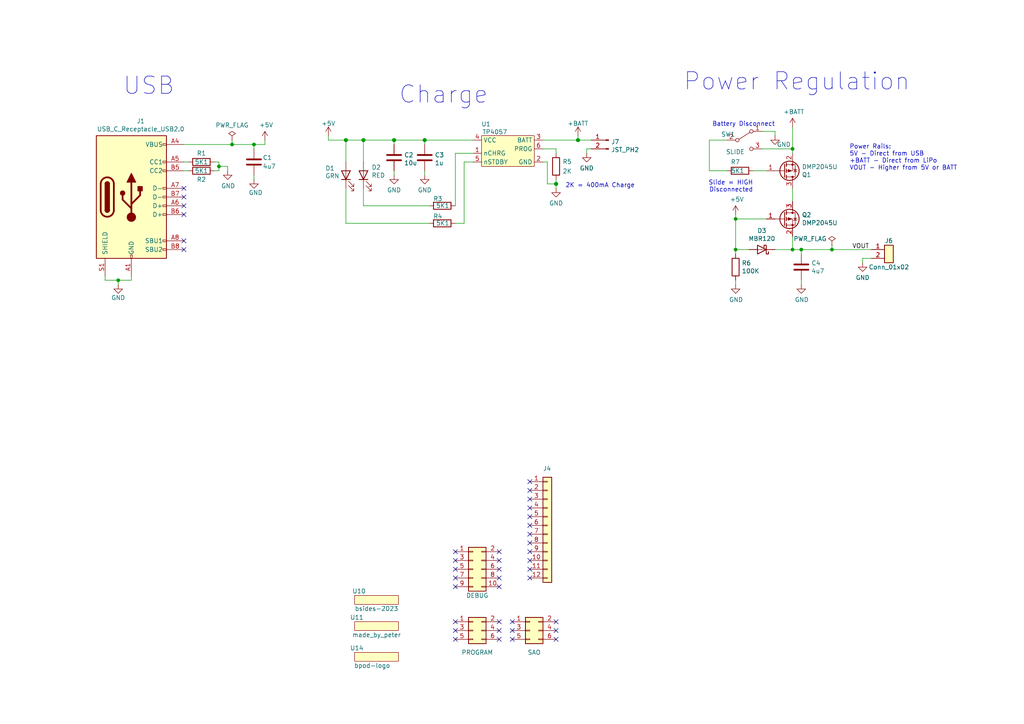
<source format=kicad_sch>
(kicad_sch (version 20230121) (generator eeschema)
  (paper "A4")
  (lib_symbols
    (symbol "Connector:Conn_01x02_Male" (pin_names (offset 1.016) hide)
      (property "Reference" "J" (at 0 2.54 0))
      (property "Value" "Conn_01x02_Male" (at 0 -5.08 0))
      (symbol "Conn_01x02_Male_1_1"
        (polyline (pts (xy 1.27 -2.54) (xy 0.8636 -2.54)) (stroke (width 0.1524)))
        (polyline (pts (xy 1.27 0) (xy 0.8636 0)) (stroke (width 0.1524)))
        (rectangle (start 0.8636 -2.413) (end 0 -2.667) (stroke (width 0.1524)) (fill (type outline)))
        (rectangle (start 0.8636 0.127) (end 0 -0.127) (stroke (width 0.1524)) (fill (type outline)))
        (pin passive line (at 5.08 0 180) (length 3.81) (name "Pin_1") (number "1"))
        (pin passive line (at 5.08 -2.54 180) (length 3.81) (name "Pin_2") (number "2"))
      )
    )
    (symbol "Connector:USB_C_Receptacle_USB2.0" (pin_names (offset 1.016))
      (property "Reference" "J" (at -10.16 19.05 0))
      (property "Value" "USB_C_Receptacle_USB2.0" (at 19.05 19.05 0))
      (symbol "USB_C_Receptacle_USB2.0_0_0"
        (rectangle (start -0.254 -17.78) (end 0.254 -16.764))
        (rectangle (start 10.16 -14.986) (end 9.144 -15.494))
        (rectangle (start 10.16 -12.446) (end 9.144 -12.954))
        (rectangle (start 10.16 -4.826) (end 9.144 -5.334))
        (rectangle (start 10.16 -2.286) (end 9.144 -2.794))
        (rectangle (start 10.16 0.254) (end 9.144 -0.254))
        (rectangle (start 10.16 2.794) (end 9.144 2.286))
        (rectangle (start 10.16 7.874) (end 9.144 7.366))
        (rectangle (start 10.16 10.414) (end 9.144 9.906))
        (rectangle (start 10.16 15.494) (end 9.144 14.986))
      )
      (symbol "USB_C_Receptacle_USB2.0_0_1"
        (rectangle (start -10.16 17.78) (end 10.16 -17.78) (stroke (width 0.254)) (fill (type background)))
        (arc (start -8.89 -3.81) (mid -6.985 -5.7067) (end -5.08 -3.81) (stroke (width 0.508)))
        (arc (start -7.62 -3.81) (mid -6.985 -4.4423) (end -6.35 -3.81) (stroke (width 0.254)))
        (arc (start -7.62 -3.81) (mid -6.985 -4.4423) (end -6.35 -3.81) (stroke (width 0.254)) (fill (type outline)))
        (rectangle (start -7.62 -3.81) (end -6.35 3.81) (stroke (width 0.254)) (fill (type outline)))
        (arc (start -6.35 3.81) (mid -6.985 4.4423) (end -7.62 3.81) (stroke (width 0.254)))
        (arc (start -6.35 3.81) (mid -6.985 4.4423) (end -7.62 3.81) (stroke (width 0.254)) (fill (type outline)))
        (arc (start -5.08 3.81) (mid -6.985 5.7067) (end -8.89 3.81) (stroke (width 0.508)))
        (circle (center -2.54 1.143) (radius 0.635) (stroke (width 0.254)) (fill (type outline)))
        (circle (center 0 -5.842) (radius 1.27) (fill (type outline)))
        (polyline (pts (xy -8.89 -3.81) (xy -8.89 3.81)) (stroke (width 0.508)))
        (polyline (pts (xy -5.08 3.81) (xy -5.08 -3.81)) (stroke (width 0.508)))
        (polyline (pts (xy 0 -5.842) (xy 0 4.318)) (stroke (width 0.508)))
        (polyline (pts (xy 0 -3.302) (xy -2.54 -0.762) (xy -2.54 0.508)) (stroke (width 0.508)))
        (polyline (pts (xy 0 -2.032) (xy 2.54 0.508) (xy 2.54 1.778)) (stroke (width 0.508)))
        (polyline (pts (xy -1.27 4.318) (xy 0 6.858) (xy 1.27 4.318) (xy -1.27 4.318)) (stroke (width 0.254)) (fill (type outline)))
        (rectangle (start 1.905 1.778) (end 3.175 3.048) (stroke (width 0.254)) (fill (type outline)))
      )
      (symbol "USB_C_Receptacle_USB2.0_1_1"
        (pin passive line (at 0 -22.86 90) (length 5.08) (name "GND") (number "A1"))
        (pin passive line (at 0 -22.86 90) (length 5.08) hide (name "GND") (number "A12"))
        (pin passive line (at 15.24 15.24 180) (length 5.08) (name "VBUS") (number "A4"))
        (pin bidirectional line (at 15.24 10.16 180) (length 5.08) (name "CC1") (number "A5"))
        (pin bidirectional line (at 15.24 -2.54 180) (length 5.08) (name "D+") (number "A6"))
        (pin bidirectional line (at 15.24 2.54 180) (length 5.08) (name "D-") (number "A7"))
        (pin bidirectional line (at 15.24 -12.7 180) (length 5.08) (name "SBU1") (number "A8"))
        (pin passive line (at 15.24 15.24 180) (length 5.08) hide (name "VBUS") (number "A9"))
        (pin passive line (at 0 -22.86 90) (length 5.08) hide (name "GND") (number "B1"))
        (pin passive line (at 0 -22.86 90) (length 5.08) hide (name "GND") (number "B12"))
        (pin passive line (at 15.24 15.24 180) (length 5.08) hide (name "VBUS") (number "B4"))
        (pin bidirectional line (at 15.24 7.62 180) (length 5.08) (name "CC2") (number "B5"))
        (pin bidirectional line (at 15.24 -5.08 180) (length 5.08) (name "D+") (number "B6"))
        (pin bidirectional line (at 15.24 0 180) (length 5.08) (name "D-") (number "B7"))
        (pin bidirectional line (at 15.24 -15.24 180) (length 5.08) (name "SBU2") (number "B8"))
        (pin passive line (at 15.24 15.24 180) (length 5.08) hide (name "VBUS") (number "B9"))
        (pin passive line (at -7.62 -22.86 90) (length 5.08) (name "SHIELD") (number "S1"))
      )
    )
    (symbol "Device:C" (pin_numbers hide) (pin_names (offset 0.254))
      (property "Reference" "C" (at 0.635 2.54 0))
      (property "Value" "C" (at 0.635 -2.54 0))
      (symbol "C_0_1"
        (polyline (pts (xy -2.032 -0.762) (xy 2.032 -0.762)) (stroke (width 0.508)))
        (polyline (pts (xy -2.032 0.762) (xy 2.032 0.762)) (stroke (width 0.508)))
      )
      (symbol "C_1_1"
        (pin passive line (at 0 3.81 270) (length 2.794) (name "~") (number "1"))
        (pin passive line (at 0 -3.81 90) (length 2.794) (name "~") (number "2"))
      )
    )
    (symbol "Device:D_Schottky" (pin_numbers hide) (pin_names (offset 1.016) hide)
      (property "Reference" "D" (at 0 2.54 0))
      (property "Value" "D_Schottky" (at 0 -2.54 0))
      (symbol "D_Schottky_0_1"
        (polyline (pts (xy 1.27 0) (xy -1.27 0)))
        (polyline (pts (xy 1.27 1.27) (xy 1.27 -1.27) (xy -1.27 0) (xy 1.27 1.27)) (stroke (width 0.254)))
        (polyline (pts (xy -1.905 0.635) (xy -1.905 1.27) (xy -1.27 1.27) (xy -1.27 -1.27) (xy -0.635 -1.27) (xy -0.635 -0.635)) (stroke (width 0.254)))
      )
      (symbol "D_Schottky_1_1"
        (pin passive line (at -3.81 0 0) (length 2.54) (name "K") (number "1"))
        (pin passive line (at 3.81 0 180) (length 2.54) (name "A") (number "2"))
      )
    )
    (symbol "Device:LED" (pin_numbers hide) (pin_names (offset 1.016) hide)
      (property "Reference" "D" (at 0 2.54 0))
      (property "Value" "LED" (at 0 -2.54 0))
      (symbol "LED_0_1"
        (polyline (pts (xy -1.27 -1.27) (xy -1.27 1.27)) (stroke (width 0.254)))
        (polyline (pts (xy -1.27 0) (xy 1.27 0)))
        (polyline (pts (xy 1.27 -1.27) (xy 1.27 1.27) (xy -1.27 0) (xy 1.27 -1.27)) (stroke (width 0.254)))
        (polyline (pts (xy -3.048 -0.762) (xy -4.572 -2.286) (xy -3.81 -2.286) (xy -4.572 -2.286) (xy -4.572 -1.524)))
        (polyline (pts (xy -1.778 -0.762) (xy -3.302 -2.286) (xy -2.54 -2.286) (xy -3.302 -2.286) (xy -3.302 -1.524)))
      )
      (symbol "LED_1_1"
        (pin passive line (at -3.81 0 0) (length 2.54) (name "K") (number "1"))
        (pin passive line (at 3.81 0 180) (length 2.54) (name "A") (number "2"))
      )
    )
    (symbol "Device:Q_PMOS_GSD" (pin_names (offset 0) hide)
      (property "Reference" "Q" (at 5.08 1.27 0))
      (property "Value" "Q_PMOS_GSD" (at 5.08 -1.27 0))
      (symbol "Q_PMOS_GSD_0_1"
        (polyline (pts (xy 0.254 0) (xy -2.54 0)))
        (polyline (pts (xy 0.254 1.905) (xy 0.254 -1.905)) (stroke (width 0.254)))
        (polyline (pts (xy 0.762 -1.27) (xy 0.762 -2.286)) (stroke (width 0.254)))
        (polyline (pts (xy 0.762 0.508) (xy 0.762 -0.508)) (stroke (width 0.254)))
        (polyline (pts (xy 0.762 2.286) (xy 0.762 1.27)) (stroke (width 0.254)))
        (polyline (pts (xy 2.54 2.54) (xy 2.54 1.778)))
        (polyline (pts (xy 2.54 -2.54) (xy 2.54 0) (xy 0.762 0)))
        (polyline (pts (xy 0.762 1.778) (xy 3.302 1.778) (xy 3.302 -1.778) (xy 0.762 -1.778)))
        (polyline (pts (xy 2.286 0) (xy 1.27 0.381) (xy 1.27 -0.381) (xy 2.286 0)) (fill (type outline)))
        (polyline (pts (xy 2.794 -0.508) (xy 2.921 -0.381) (xy 3.683 -0.381) (xy 3.81 -0.254)))
        (polyline (pts (xy 3.302 -0.381) (xy 2.921 0.254) (xy 3.683 0.254) (xy 3.302 -0.381)))
        (circle (center 1.651 0) (radius 2.794) (stroke (width 0.254)))
        (circle (center 2.54 -1.778) (radius 0.254) (fill (type outline)))
        (circle (center 2.54 1.778) (radius 0.254) (fill (type outline)))
      )
      (symbol "Q_PMOS_GSD_1_1"
        (pin input line (at -5.08 0 0) (length 2.54) (name "G") (number "1"))
        (pin passive line (at 2.54 -5.08 90) (length 2.54) (name "S") (number "2"))
        (pin passive line (at 2.54 5.08 270) (length 2.54) (name "D") (number "3"))
      )
    )
    (symbol "Device:R" (pin_numbers hide) (pin_names (offset 0))
      (property "Reference" "R" (at 2.032 0 90))
      (property "Value" "R" (at 0 0 90))
      (symbol "R_0_1"
        (rectangle (start -1.016 -2.54) (end 1.016 2.54) (stroke (width 0.254)))
      )
      (symbol "R_1_1"
        (pin passive line (at 0 3.81 270) (length 1.27) (name "~") (number "1"))
        (pin passive line (at 0 -3.81 90) (length 1.27) (name "~") (number "2"))
      )
    )
    (symbol "Switch:SW_SPDT" (pin_names (offset 0) hide)
      (property "Reference" "SW" (at 0 4.318 0))
      (property "Value" "SW_SPDT" (at 0 -5.08 0))
      (symbol "SW_SPDT_0_0"
        (circle (center -2.032 0) (radius 0.508))
        (circle (center 2.032 -2.54) (radius 0.508))
      )
      (symbol "SW_SPDT_0_1"
        (polyline (pts (xy -1.524 0.254) (xy 1.651 2.286)))
        (circle (center 2.032 2.54) (radius 0.508))
      )
      (symbol "SW_SPDT_1_1"
        (pin passive line (at 5.08 2.54 180) (length 2.54) (name "A") (number "1"))
        (pin passive line (at -5.08 0 0) (length 2.54) (name "B") (number "2"))
        (pin passive line (at 5.08 -2.54 180) (length 2.54) (name "C") (number "3"))
      )
    )
    (symbol "bpod:bpod-logo"
      (property "Reference" "U" (at -5.08 2.54 0))
      (property "Value" "bpod-logo" (at 0 0 0))
      (symbol "bpod-logo_0_1"
        (rectangle (start -6.35 1.27) (end 6.35 -1.27) (fill (type background)))
      )
    )
    (symbol "bpod:bsides-2023"
      (property "Reference" "U" (at -5.08 2.54 0))
      (property "Value" "bsides-2023" (at 0 0 0))
      (symbol "bsides-2023_0_1"
        (rectangle (start -6.35 1.27) (end 6.35 -1.27) (fill (type background)))
      )
    )
    (symbol "bpod:made_by_peter"
      (property "Reference" "U" (at -5.08 2.54 0))
      (property "Value" "made_by_peter" (at 0 0 0))
      (symbol "made_by_peter_0_1"
        (rectangle (start -6.35 1.27) (end 6.35 -1.27) (fill (type background)))
      )
    )
    (symbol "common:Conn_01x02" (pin_names (offset 1.016) hide)
      (property "Reference" "J" (at 0 2.54 0))
      (property "Value" "Conn_01x02" (at 0 -5.08 0))
      (symbol "Conn_01x02_1_1"
        (rectangle (start -1.27 1.27) (end 1.27 -3.81) (stroke (width 0.254)) (fill (type background)))
        (pin passive line (at 5.08 0 180) (length 3.81) (name "Pin_1") (number "1"))
        (pin passive line (at 5.08 -2.54 180) (length 3.81) (name "Pin_2") (number "2"))
      )
    )
    (symbol "common:Conn_01x12" (pin_names (offset 1.016) hide)
      (property "Reference" "J" (at 0 15.24 0))
      (property "Value" "Conn_01x12" (at 0 -17.78 0))
      (symbol "Conn_01x12_1_1"
        (rectangle (start -1.27 -15.113) (end 0 -15.367) (stroke (width 0.1524)))
        (rectangle (start -1.27 -12.573) (end 0 -12.827) (stroke (width 0.1524)))
        (rectangle (start -1.27 -10.033) (end 0 -10.287) (stroke (width 0.1524)))
        (rectangle (start -1.27 -7.493) (end 0 -7.747) (stroke (width 0.1524)))
        (rectangle (start -1.27 -4.953) (end 0 -5.207) (stroke (width 0.1524)))
        (rectangle (start -1.27 -2.413) (end 0 -2.667) (stroke (width 0.1524)))
        (rectangle (start -1.27 0.127) (end 0 -0.127) (stroke (width 0.1524)))
        (rectangle (start -1.27 2.667) (end 0 2.413) (stroke (width 0.1524)))
        (rectangle (start -1.27 5.207) (end 0 4.953) (stroke (width 0.1524)))
        (rectangle (start -1.27 7.747) (end 0 7.493) (stroke (width 0.1524)))
        (rectangle (start -1.27 10.287) (end 0 10.033) (stroke (width 0.1524)))
        (rectangle (start -1.27 12.827) (end 0 12.573) (stroke (width 0.1524)))
        (rectangle (start -1.27 13.97) (end 1.27 -16.51) (stroke (width 0.254)) (fill (type background)))
        (pin passive line (at -5.08 12.7 0) (length 3.81) (name "Pin_1") (number "1"))
        (pin passive line (at -5.08 -10.16 0) (length 3.81) (name "Pin_10") (number "10"))
        (pin passive line (at -5.08 -12.7 0) (length 3.81) (name "Pin_11") (number "11"))
        (pin passive line (at -5.08 -15.24 0) (length 3.81) (name "Pin_12") (number "12"))
        (pin passive line (at -5.08 10.16 0) (length 3.81) (name "Pin_2") (number "2"))
        (pin passive line (at -5.08 7.62 0) (length 3.81) (name "Pin_3") (number "3"))
        (pin passive line (at -5.08 5.08 0) (length 3.81) (name "Pin_4") (number "4"))
        (pin passive line (at -5.08 2.54 0) (length 3.81) (name "Pin_5") (number "5"))
        (pin passive line (at -5.08 0 0) (length 3.81) (name "Pin_6") (number "6"))
        (pin passive line (at -5.08 -2.54 0) (length 3.81) (name "Pin_7") (number "7"))
        (pin passive line (at -5.08 -5.08 0) (length 3.81) (name "Pin_8") (number "8"))
        (pin passive line (at -5.08 -7.62 0) (length 3.81) (name "Pin_9") (number "9"))
      )
    )
    (symbol "common:Conn_02x03_Odd_Even" (pin_names (offset 1.016) hide)
      (property "Reference" "J" (at 1.27 5.08 0))
      (property "Value" "Conn_02x03_Odd_Even" (at 1.27 -5.08 0))
      (symbol "Conn_02x03_Odd_Even_1_1"
        (rectangle (start -1.27 -2.413) (end 0 -2.667) (stroke (width 0.1524)))
        (rectangle (start -1.27 0.127) (end 0 -0.127) (stroke (width 0.1524)))
        (rectangle (start -1.27 2.667) (end 0 2.413) (stroke (width 0.1524)))
        (rectangle (start -1.27 3.81) (end 3.81 -3.81) (stroke (width 0.254)) (fill (type background)))
        (rectangle (start 3.81 -2.413) (end 2.54 -2.667) (stroke (width 0.1524)))
        (rectangle (start 3.81 0.127) (end 2.54 -0.127) (stroke (width 0.1524)))
        (rectangle (start 3.81 2.667) (end 2.54 2.413) (stroke (width 0.1524)))
        (pin passive line (at -5.08 2.54 0) (length 3.81) (name "Pin_1") (number "1"))
        (pin passive line (at 7.62 2.54 180) (length 3.81) (name "Pin_2") (number "2"))
        (pin passive line (at -5.08 0 0) (length 3.81) (name "Pin_3") (number "3"))
        (pin passive line (at 7.62 0 180) (length 3.81) (name "Pin_4") (number "4"))
        (pin passive line (at -5.08 -2.54 0) (length 3.81) (name "Pin_5") (number "5"))
        (pin passive line (at 7.62 -2.54 180) (length 3.81) (name "Pin_6") (number "6"))
      )
    )
    (symbol "common:Conn_02x05_Odd_Even" (pin_names (offset 1.016) hide)
      (property "Reference" "J" (at 1.27 7.62 0))
      (property "Value" "Conn_02x05_Odd_Even" (at 1.27 -7.62 0))
      (symbol "Conn_02x05_Odd_Even_1_1"
        (rectangle (start -1.27 -4.953) (end 0 -5.207) (stroke (width 0.1524)))
        (rectangle (start -1.27 -2.413) (end 0 -2.667) (stroke (width 0.1524)))
        (rectangle (start -1.27 0.127) (end 0 -0.127) (stroke (width 0.1524)))
        (rectangle (start -1.27 2.667) (end 0 2.413) (stroke (width 0.1524)))
        (rectangle (start -1.27 5.207) (end 0 4.953) (stroke (width 0.1524)))
        (rectangle (start -1.27 6.35) (end 3.81 -6.35) (stroke (width 0.254)) (fill (type background)))
        (rectangle (start 3.81 -4.953) (end 2.54 -5.207) (stroke (width 0.1524)))
        (rectangle (start 3.81 -2.413) (end 2.54 -2.667) (stroke (width 0.1524)))
        (rectangle (start 3.81 0.127) (end 2.54 -0.127) (stroke (width 0.1524)))
        (rectangle (start 3.81 2.667) (end 2.54 2.413) (stroke (width 0.1524)))
        (rectangle (start 3.81 5.207) (end 2.54 4.953) (stroke (width 0.1524)))
        (pin passive line (at -5.08 5.08 0) (length 3.81) (name "Pin_1") (number "1"))
        (pin passive line (at 7.62 -5.08 180) (length 3.81) (name "Pin_10") (number "10"))
        (pin passive line (at 7.62 5.08 180) (length 3.81) (name "Pin_2") (number "2"))
        (pin passive line (at -5.08 2.54 0) (length 3.81) (name "Pin_3") (number "3"))
        (pin passive line (at 7.62 2.54 180) (length 3.81) (name "Pin_4") (number "4"))
        (pin passive line (at -5.08 0 0) (length 3.81) (name "Pin_5") (number "5"))
        (pin passive line (at 7.62 0 180) (length 3.81) (name "Pin_6") (number "6"))
        (pin passive line (at -5.08 -2.54 0) (length 3.81) (name "Pin_7") (number "7"))
        (pin passive line (at 7.62 -2.54 180) (length 3.81) (name "Pin_8") (number "8"))
        (pin passive line (at -5.08 -5.08 0) (length 3.81) (name "Pin_9") (number "9"))
      )
    )
    (symbol "josh-ic:TP4057"
      (property "Reference" "U" (at -7.62 6.35 0))
      (property "Value" "TP4057" (at 3.81 6.35 0))
      (symbol "TP4057_0_1"
        (rectangle (start -7.62 5.08) (end 7.62 -3.81) (stroke (width 0.1524)) (fill (type background)))
      )
      (symbol "TP4057_1_1"
        (pin input line (at -10.16 0 0) (length 2.54) (name "nCHRG") (number "1"))
        (pin power_out line (at 10.16 -2.54 180) (length 2.54) (name "GND") (number "2"))
        (pin output line (at 10.16 3.81 180) (length 2.54) (name "BATT") (number "3"))
        (pin power_in line (at -10.16 3.81 0) (length 2.54) (name "VCC") (number "4"))
        (pin input line (at -10.16 -2.54 0) (length 2.54) (name "nSTDBY") (number "5"))
        (pin output line (at 10.16 1.27 180) (length 2.54) (name "PROG") (number "6"))
      )
    )
    (symbol "power:+5V" (power) (pin_names (offset 0))
      (property "Value" "+5V" (at 0 3.556 0))
      (symbol "+5V_0_1"
        (polyline (pts (xy -0.762 1.27) (xy 0 2.54)))
        (polyline (pts (xy 0 0) (xy 0 2.54)))
        (polyline (pts (xy 0 2.54) (xy 0.762 1.27)))
      )
      (symbol "+5V_1_1"
        (pin power_in line (at 0 0 90) (length 0) hide (name "+5V") (number "1"))
      )
    )
    (symbol "power:+BATT" (power) (pin_names (offset 0))
      (property "Value" "+BATT" (at 0 3.556 0))
      (symbol "+BATT_0_1"
        (polyline (pts (xy -0.762 1.27) (xy 0 2.54)))
        (polyline (pts (xy 0 0) (xy 0 2.54)))
        (polyline (pts (xy 0 2.54) (xy 0.762 1.27)))
      )
      (symbol "+BATT_1_1"
        (pin power_in line (at 0 0 90) (length 0) hide (name "+BATT") (number "1"))
      )
    )
    (symbol "power:GND" (power) (pin_names (offset 0))
      (property "Value" "GND" (at 0 -3.81 0))
      (symbol "GND_0_1"
        (polyline (pts (xy 0 0) (xy 0 -1.27) (xy 1.27 -1.27) (xy 0 -2.54) (xy -1.27 -1.27) (xy 0 -1.27)))
      )
      (symbol "GND_1_1"
        (pin power_in line (at 0 0 270) (length 0) hide (name "GND") (number "1"))
      )
    )
    (symbol "power:PWR_FLAG" (power) (pin_numbers hide) (pin_names (offset 0) hide)
      (property "Value" "PWR_FLAG" (at 0 3.81 0))
      (symbol "PWR_FLAG_0_0"
        (pin power_out line (at 0 0 90) (length 0) (name "pwr") (number "1"))
      )
      (symbol "PWR_FLAG_0_1"
        (polyline (pts (xy 0 0) (xy 0 1.27) (xy -1.016 1.905) (xy 0 2.54) (xy 1.016 1.905) (xy 0 1.27)))
      )
    )
  )
  (junction (at 100.33 40.64) (diameter 1.016))
  (junction (at 67.31 41.91) (diameter 0.9144))
  (junction (at 167.64 40.64) (diameter 1.016))
  (junction (at 229.87 72.39) (diameter 0.9144))
  (junction (at 73.66 41.91) (diameter 0.9144))
  (junction (at 213.36 63.5) (diameter 0.9144))
  (junction (at 241.3 72.39) (diameter 0.9144))
  (junction (at 229.87 43.18))
  (junction (at 123.19 40.64) (diameter 1.016))
  (junction (at 161.29 53.34) (diameter 1.016))
  (junction (at 114.3 40.64) (diameter 1.016))
  (junction (at 213.36 72.39) (diameter 0.9144))
  (junction (at 232.41 72.39) (diameter 0.9144))
  (junction (at 63.5 48.26) (diameter 0.9144))
  (junction (at 105.41 40.64) (diameter 1.016))
  (junction (at 34.29 81.28) (diameter 0.9144))
  (no_connect (at 53.34 59.69))
  (no_connect (at 53.34 69.85))
  (no_connect (at 144.78 182.88))
  (no_connect (at 153.67 147.32))
  (no_connect (at 132.08 170.18))
  (no_connect (at 153.67 167.64))
  (no_connect (at 148.59 185.42))
  (no_connect (at 153.67 142.24))
  (no_connect (at 144.78 165.1))
  (no_connect (at 161.29 180.34))
  (no_connect (at 161.29 182.88))
  (no_connect (at 53.34 62.23))
  (no_connect (at 161.29 185.42))
  (no_connect (at 144.78 167.64))
  (no_connect (at 53.34 72.39))
  (no_connect (at 153.67 139.7))
  (no_connect (at 153.67 144.78))
  (no_connect (at 132.08 165.1))
  (no_connect (at 144.78 170.18))
  (no_connect (at 153.67 149.86))
  (no_connect (at 53.34 54.61))
  (no_connect (at 153.67 165.1))
  (no_connect (at 132.08 167.64))
  (no_connect (at 148.59 180.34))
  (no_connect (at 132.08 182.88))
  (no_connect (at 132.08 160.02))
  (no_connect (at 153.67 154.94))
  (no_connect (at 153.67 152.4))
  (no_connect (at 153.67 157.48))
  (no_connect (at 132.08 162.56))
  (no_connect (at 53.34 57.15))
  (no_connect (at 153.67 162.56))
  (no_connect (at 132.08 185.42))
  (no_connect (at 144.78 185.42))
  (no_connect (at 144.78 160.02))
  (no_connect (at 144.78 180.34))
  (no_connect (at 153.67 160.02))
  (no_connect (at 132.08 180.34))
  (no_connect (at 148.59 182.88))
  (no_connect (at 144.78 162.56))
  (wire (pts (xy 123.19 40.64) (xy 137.16 40.64)))
  (wire (pts (xy 54.61 46.99) (xy 53.34 46.99)))
  (wire (pts (xy 213.36 63.5) (xy 213.36 72.39)))
  (wire (pts (xy 224.79 72.39) (xy 229.87 72.39)))
  (wire (pts (xy 220.98 38.1) (xy 224.79 38.1)))
  (wire (pts (xy 170.18 43.18) (xy 170.18 44.45)))
  (wire (pts (xy 161.29 52.07) (xy 161.29 53.34)))
  (wire (pts (xy 229.87 72.39) (xy 232.41 72.39)))
  (wire (pts (xy 100.33 40.64) (xy 100.33 46.99)))
  (wire (pts (xy 229.87 36.83) (xy 229.87 43.18)))
  (wire (pts (xy 167.64 40.64) (xy 171.45 40.64)))
  (wire (pts (xy 76.835 40.64) (xy 76.835 41.91)))
  (wire (pts (xy 241.3 71.12) (xy 241.3 72.39)))
  (wire (pts (xy 66.04 49.53) (xy 66.04 48.26)))
  (wire (pts (xy 53.34 41.91) (xy 67.31 41.91)))
  (wire (pts (xy 62.23 46.99) (xy 63.5 46.99)))
  (wire (pts (xy 205.74 49.53) (xy 210.82 49.53)))
  (wire (pts (xy 73.66 43.18) (xy 73.66 41.91)))
  (wire (pts (xy 218.44 49.53) (xy 222.25 49.53)))
  (wire (pts (xy 229.87 72.39) (xy 229.87 68.58)))
  (wire (pts (xy 134.62 46.99) (xy 134.62 64.77)))
  (wire (pts (xy 220.98 43.18) (xy 229.87 43.18)))
  (wire (pts (xy 105.41 54.61) (xy 105.41 59.69)))
  (wire (pts (xy 157.48 40.64) (xy 167.64 40.64)))
  (wire (pts (xy 224.79 38.1) (xy 224.79 39.37)))
  (wire (pts (xy 232.41 81.28) (xy 232.41 82.55)))
  (wire (pts (xy 73.66 52.07) (xy 73.66 50.8)))
  (wire (pts (xy 232.41 72.39) (xy 241.3 72.39)))
  (wire (pts (xy 158.75 53.34) (xy 158.75 46.99)))
  (wire (pts (xy 241.3 72.39) (xy 252.73 72.39)))
  (wire (pts (xy 54.61 49.53) (xy 53.34 49.53)))
  (wire (pts (xy 250.19 76.2) (xy 250.19 74.93)))
  (wire (pts (xy 205.74 40.64) (xy 210.82 40.64)))
  (wire (pts (xy 123.19 49.53) (xy 123.19 50.8)))
  (wire (pts (xy 63.5 49.53) (xy 62.23 49.53)))
  (wire (pts (xy 38.1 81.28) (xy 34.29 81.28)))
  (wire (pts (xy 66.04 48.26) (xy 63.5 48.26)))
  (wire (pts (xy 167.64 39.37) (xy 167.64 40.64)))
  (wire (pts (xy 132.08 44.45) (xy 137.16 44.45)))
  (wire (pts (xy 123.19 41.91) (xy 123.19 40.64)))
  (wire (pts (xy 158.75 46.99) (xy 157.48 46.99)))
  (wire (pts (xy 105.41 59.69) (xy 124.46 59.69)))
  (wire (pts (xy 100.33 64.77) (xy 124.46 64.77)))
  (wire (pts (xy 205.74 40.64) (xy 205.74 49.53)))
  (wire (pts (xy 250.19 74.93) (xy 252.73 74.93)))
  (wire (pts (xy 213.36 72.39) (xy 217.17 72.39)))
  (wire (pts (xy 114.3 40.64) (xy 123.19 40.64)))
  (wire (pts (xy 114.3 49.53) (xy 114.3 50.8)))
  (wire (pts (xy 95.25 39.37) (xy 95.25 40.64)))
  (wire (pts (xy 100.33 54.61) (xy 100.33 64.77)))
  (wire (pts (xy 105.41 40.64) (xy 105.41 46.99)))
  (wire (pts (xy 232.41 72.39) (xy 232.41 73.66)))
  (wire (pts (xy 34.29 81.28) (xy 30.48 81.28)))
  (wire (pts (xy 137.16 46.99) (xy 134.62 46.99)))
  (wire (pts (xy 132.08 64.77) (xy 134.62 64.77)))
  (wire (pts (xy 100.33 40.64) (xy 105.41 40.64)))
  (wire (pts (xy 67.31 41.91) (xy 73.66 41.91)))
  (wire (pts (xy 213.36 62.23) (xy 213.36 63.5)))
  (wire (pts (xy 157.48 43.18) (xy 161.29 43.18)))
  (wire (pts (xy 161.29 43.18) (xy 161.29 44.45)))
  (wire (pts (xy 161.29 53.34) (xy 158.75 53.34)))
  (wire (pts (xy 30.48 81.28) (xy 30.48 80.01)))
  (wire (pts (xy 229.87 43.18) (xy 229.87 44.45)))
  (wire (pts (xy 63.5 48.26) (xy 63.5 49.53)))
  (wire (pts (xy 95.25 40.64) (xy 100.33 40.64)))
  (wire (pts (xy 34.29 82.55) (xy 34.29 81.28)))
  (wire (pts (xy 161.29 53.34) (xy 161.29 54.61)))
  (wire (pts (xy 213.36 81.28) (xy 213.36 82.55)))
  (wire (pts (xy 171.45 43.18) (xy 170.18 43.18)))
  (wire (pts (xy 213.36 73.66) (xy 213.36 72.39)))
  (wire (pts (xy 67.31 40.64) (xy 67.31 41.91)))
  (wire (pts (xy 73.66 41.91) (xy 76.835 41.91)))
  (wire (pts (xy 213.36 63.5) (xy 222.25 63.5)))
  (wire (pts (xy 105.41 40.64) (xy 114.3 40.64)))
  (wire (pts (xy 63.5 46.99) (xy 63.5 48.26)))
  (wire (pts (xy 229.87 54.61) (xy 229.87 58.42)))
  (wire (pts (xy 38.1 80.01) (xy 38.1 81.28)))
  (wire (pts (xy 114.3 41.91) (xy 114.3 40.64)))
  (wire (pts (xy 132.08 59.69) (xy 132.08 44.45)))
  (text "2K = 400mA Charge" (at 184.15 54.61 0) (effects (font (size 1.27 1.27)) (justify right bottom)))
  (text "Slide = HIGH\nDisconnected" (at 218.44 55.88 0) (effects (font (size 1.27 1.27)) (justify right bottom)))
  (text "Power Regulation" (at 198.12 26.67 0) (effects (font (size 5.0038 5.0038)) (justify left bottom)))
  (text "Battery Disconnect" (at 224.79 36.83 0) (effects (font (size 1.27 1.27)) (justify right bottom)))
  (text "USB" (at 35.56 27.94 0) (effects (font (size 5.0038 5.0038)) (justify left bottom)))
  (text "Charge" (at 115.57 30.48 0) (effects (font (size 5.0038 5.0038)) (justify left bottom)))
  (text "Power Rails:\n5V - Direct from USB\n+BATT - Direct from LiPo\nVOUT - Higher from 5V or BATT" (at 246.38 49.53 0) (effects (font (size 1.27 1.27)) (justify left bottom)))
  (label "VOUT" (at 252.095 72.39 180))
  (symbol (lib_id "power:PWR_FLAG") (at 241.3 71.12 0) (unit 1)
    (property "Reference" "#FLG01" (effects hide))
    (property "Value" "PWR_FLAG" (at 234.95 69.2658 0))
  )
  (symbol (lib_id "common:Conn_02x03_Odd_Even") (at 153.67 182.88 0) (unit 1)
    (property "Reference" "J5" (effects hide))
    (property "Value" "SAO" (at 154.94 189.23 0))
    (property "Footprint" "Simple_Addon_v2:Simple_Addon_v2-BADGE-2x3" (effects hide))
  )
  (symbol (lib_id "power:GND") (at 232.41 82.55 0) (unit 1)
    (property "Reference" "#PWR06" (effects hide))
    (property "Value" "GND" (at 232.537 86.9442 0))
  )
  (symbol (lib_id "bpod:bpod-logo") (at 109.22 190.5 0) (unit 1)
    (property "Reference" "U14" (at 103.505 187.96 0))
    (property "Value" "bpod-logo" (at 107.95 193.04 0))
    (property "Footprint" "bpod:bpod-logo" (effects hide))
  )
  (symbol (lib_id "Device:R") (at 128.27 64.77 270) (unit 1)
    (property "Reference" "R4" (at 125.6284 62.738 90) (effects (justify left)))
    (property "Value" "5K1" (at 128.397 64.008 90) (effects (justify top)))
    (property "Footprint" "Resistor_SMD:R_0603_1608Metric" (effects hide))
    (property "MPN" "0603WAF5101T5E" (effects hide))
    (property "Manufacturer" "Uniroyal Elec" (effects hide))
  )
  (symbol (lib_id "common:Conn_01x02") (at 257.81 72.39 0) (mirror y) (unit 1)
    (property "Reference" "J6" (at 257.81 69.85 0))
    (property "Value" "Conn_01x02" (at 257.81 77.47 0))
    (property "Footprint" "common:PinHeader_1x02_P2.54mm_Vertical" (effects hide))
  )
  (symbol (lib_id "common:Conn_02x05_Odd_Even") (at 137.16 165.1 0) (unit 1)
    (property "Reference" "J3" (effects hide))
    (property "Value" "DEBUG" (at 138.43 172.72 0))
    (property "Footprint" "common:PinHeader_2x05_P2.54mm_Vertical" (effects hide))
  )
  (symbol (lib_id "Device:R") (at 161.29 48.26 180) (unit 1)
    (property "Reference" "R5" (at 165.862 46.8884 0) (effects (justify left)))
    (property "Value" "2K" (at 165.862 49.657 0) (effects (justify left)))
    (property "Footprint" "Resistor_SMD:R_0603_1608Metric" (effects hide))
    (property "JLCSMT" "C22831" (effects hide))
    (property "LCSC" "C22831" (effects hide))
    (property "MPN" "0603WAF1021T5E" (effects hide))
    (property "Manufacturer" "Uniroyal Elec" (effects hide))
  )
  (symbol (lib_id "Device:D_Schottky") (at 220.98 72.39 180) (unit 1)
    (property "Reference" "D3" (at 220.98 66.9036 0))
    (property "Value" "MBR120" (at 220.98 69.215 0))
    (property "Footprint" "Diode_SMD:D_SOD-123F" (effects hide))
    (property "LCSC" "C236132" (effects hide))
    (property "MPN" "MBR120ESFT1G" (effects hide))
    (property "Manufacturer" "ON Semiconductor" (effects hide))
  )
  (symbol (lib_id "Device:R") (at 58.42 46.99 90) (unit 1)
    (property "Reference" "R1" (at 58.42 44.45 90))
    (property "Value" "5K1" (at 58.42 46.99 90))
    (property "Footprint" "Resistor_SMD:R_0603_1608Metric" (effects hide))
  )
  (symbol (lib_id "Device:C") (at 73.66 46.99 0) (unit 1)
    (property "Reference" "C1" (at 76.2 45.72 0) (effects (justify left)))
    (property "Value" "4u7" (at 76.2 48.26 0) (effects (justify left)))
    (property "Footprint" "Capacitor_SMD:C_0603_1608Metric" (effects hide))
  )
  (symbol (lib_id "Device:LED") (at 105.41 50.8 90) (unit 1)
    (property "Reference" "D2" (at 107.7722 48.5394 90) (effects (justify right)))
    (property "Value" "RED" (at 107.7722 50.8508 90) (effects (justify right)))
    (property "Footprint" "LED_SMD:LED_0603_1608Metric" (effects hide))
    (property "JLCSMT" "C2286" (effects hide))
    (property "LCSC" "C2286" (effects hide))
    (property "MPN" "KT-0603R" (effects hide))
    (property "Manufacturer" "Hubei KENTO Elec " (effects hide))
  )
  (symbol (lib_id "power:PWR_FLAG") (at 67.31 40.64 0) (unit 1)
    (property "Reference" "#FLG02" (effects hide))
    (property "Value" "PWR_FLAG" (at 67.31 36.3156 0))
  )
  (symbol (lib_id "power:GND") (at 73.66 52.07 0) (unit 1)
    (property "Reference" "#PWR09" (effects hide))
    (property "Value" "GND" (at 76.2 55.88 0) (effects (justify right)))
  )
  (symbol (lib_id "power:GND") (at 161.29 54.61 0) (unit 1)
    (property "Reference" "#PWR023" (effects hide))
    (property "Value" "GND" (at 161.29 58.9344 0))
  )
  (symbol (lib_id "Device:LED") (at 100.33 50.8 90) (unit 1)
    (property "Reference" "D1" (at 94.3611 48.812 90) (effects (justify right)))
    (property "Value" "GRN" (at 94.3611 50.3171 90) (effects (justify right bottom)))
    (property "Footprint" "LED_SMD:LED_0603_1608Metric" (effects hide))
    (property "JLCSMT" "C72043" (effects hide))
    (property "LCSC" "C72043" (effects hide))
    (property "MPN" "19-217/GHC-YR1S2/3T" (effects hide))
    (property "Manufacturer" "Everlight Elec" (effects hide))
  )
  (symbol (lib_id "power:GND") (at 224.79 39.37 0) (unit 1)
    (property "Reference" "#PWR03" (effects hide))
    (property "Value" "GND" (at 227.33 41.91 0))
  )
  (symbol (lib_id "Device:C") (at 114.3 45.72 0) (unit 1)
    (property "Reference" "C2" (at 117.2211 44.9591 0) (effects (justify left)))
    (property "Value" "10u" (at 117.2211 47.2578 0) (effects (justify left)))
    (property "Footprint" "Capacitor_SMD:C_0603_1608Metric" (effects hide))
    (property "JLCSMT" "C19702" (effects hide))
    (property "LCSC" "C19702" (effects hide))
    (property "MPN" "CL10A106KP8NNNC" (effects hide))
    (property "Manufacturer" "Samsung Electro-Mechanics" (effects hide))
  )
  (symbol (lib_id "power:GND") (at 66.04 49.53 0) (unit 1)
    (property "Reference" "#PWR08" (effects hide))
    (property "Value" "GND" (at 66.167 53.9242 0))
  )
  (symbol (lib_id "Device:R") (at 214.63 49.53 90) (unit 1)
    (property "Reference" "R7" (at 214.63 46.99 90) (effects (justify left)))
    (property "Value" "5K1" (at 215.9 49.53 90) (effects (justify left)))
    (property "Footprint" "Resistor_SMD:R_0603_1608Metric" (effects hide))
  )
  (symbol (lib_id "power:+5V") (at 76.835 40.64 0) (unit 1)
    (property "Reference" "#PWR010" (effects hide))
    (property "Value" "+5V" (at 77.216 36.2458 0))
  )
  (symbol (lib_id "power:GND") (at 34.29 82.55 0) (unit 1)
    (property "Reference" "#PWR07" (effects hide))
    (property "Value" "GND" (at 34.29 86.36 0))
  )
  (symbol (lib_id "power:GND") (at 170.18 44.45 0) (unit 1)
    (property "Reference" "#PWR025" (effects hide))
    (property "Value" "GND" (at 170.18 48.7744 0))
  )
  (symbol (lib_id "power:+5V") (at 95.25 39.37 0) (unit 1)
    (property "Reference" "#PWR020" (effects hide))
    (property "Value" "+5V" (at 95.25 35.8226 0))
  )
  (symbol (lib_id "Connector:Conn_01x02_Male") (at 176.53 40.64 0) (mirror y) (unit 1)
    (property "Reference" "J7" (at 177.2413 41.1491 0) (effects (justify right)))
    (property "Value" "JST_PH2" (at 177.2413 43.4478 0) (effects (justify right)))
    (property "Footprint" "Connector_JST:JST_PH_S2B-PH-K_1x02_P2.00mm_Horizontal" (effects hide))
    (property "JLCSMT" "C47647" (effects hide))
    (property "LCSC" "C47647" (effects hide))
    (property "MPN" "C47647" (effects hide))
    (property "Manufacturer" "Boom Precision Elec" (effects hide))
  )
  (symbol (lib_id "power:+5V") (at 213.36 62.23 0) (unit 1)
    (property "Reference" "#PWR01" (effects hide))
    (property "Value" "+5V" (at 213.741 57.8358 0))
  )
  (symbol (lib_id "power:GND") (at 213.36 82.55 0) (unit 1)
    (property "Reference" "#PWR02" (effects hide))
    (property "Value" "GND" (at 213.487 86.9442 0))
  )
  (symbol (lib_id "bpod:made_by_peter") (at 109.22 181.61 0) (unit 1)
    (property "Reference" "U11" (at 103.505 179.07 0))
    (property "Value" "made_by_peter" (at 109.22 184.15 0))
    (property "Footprint" "bpod:made_by_peter" (effects hide))
  )
  (symbol (lib_id "power:GND") (at 250.19 76.2 0) (unit 1)
    (property "Reference" "#PWR05" (effects hide))
    (property "Value" "GND" (at 250.19 80.5244 0))
  )
  (symbol (lib_id "Device:Q_PMOS_GSD") (at 227.33 63.5 0) (unit 1)
    (property "Reference" "Q2" (at 232.5624 62.3316 0) (effects (justify left)))
    (property "Value" "DMP2045U" (at 232.5624 64.643 0) (effects (justify left)))
    (property "Footprint" "Package_TO_SOT_SMD:SOT-23" (effects hide))
    (property "LCSC" "C459541" (effects hide))
    (property "MPN" "DMP2045U-7" (effects hide))
    (property "Manufacturer" "Diodes Incorporated" (effects hide))
  )
  (symbol (lib_id "Device:R") (at 128.27 59.69 270) (unit 1)
    (property "Reference" "R3" (at 125.6284 57.658 90) (effects (justify left)))
    (property "Value" "5K1" (at 128.397 58.928 90) (effects (justify top)))
    (property "Footprint" "Resistor_SMD:R_0603_1608Metric" (effects hide))
    (property "JLCSMT" "C23186" (effects hide))
    (property "LCSC" "C23186" (effects hide))
    (property "MPN" "0603WAF5101T5E" (effects hide))
    (property "Manufacturer" "Uniroyal Elec" (effects hide))
  )
  (symbol (lib_id "josh-ic:TP4057") (at 147.32 44.45 0) (unit 1)
    (property "Reference" "U1" (at 140.97 35.9876 0))
    (property "Value" "TP4057" (at 143.51 38.2863 0))
    (property "Footprint" "Package_TO_SOT_SMD:SOT-23-6" (effects hide))
    (property "JLCSMT" "C12044" (effects hide))
    (property "LCSC" "C12044" (effects hide))
    (property "MPN" "TP4057-42-SOT26-R" (effects hide))
    (property "Manufacturer" "TOPPOWER" (effects hide))
  )
  (symbol (lib_id "common:Conn_01x12") (at 158.75 152.4 0) (unit 1)
    (property "Reference" "J4" (at 157.48 135.89 0) (effects (justify left)))
    (property "Value" "Conn_01x12" (effects hide))
    (property "Footprint" "common:PinHeader_1x12_P2.54mm_Vertical" (effects hide))
  )
  (symbol (lib_id "Device:C") (at 123.19 45.72 0) (unit 1)
    (property "Reference" "C3" (at 126.1111 44.9591 0) (effects (justify left)))
    (property "Value" "1u" (at 126.1111 47.2578 0) (effects (justify left)))
    (property "Footprint" "Capacitor_SMD:C_0603_1608Metric" (effects hide))
    (property "JLCSMT" "C15849" (effects hide))
    (property "LCSC" "C15849" (effects hide))
    (property "MPN" "CL10A105KB8NNNC" (effects hide))
    (property "Manufacturer" "Samsung Electro-Mechanics" (effects hide))
  )
  (symbol (lib_id "common:Conn_02x03_Odd_Even") (at 137.16 182.88 0) (unit 1)
    (property "Reference" "J2" (effects hide))
    (property "Value" "PROGRAM" (at 138.43 189.23 0))
    (property "Footprint" "common:PinHeader_2x03_P2.54mm_Vertical" (effects hide))
  )
  (symbol (lib_id "Switch:SW_SPDT") (at 215.9 40.64 0) (unit 1)
    (property "Reference" "SW1" (at 213.2394 38.9637 0) (effects (justify right)))
    (property "Value" "SLIDE" (at 216.021 44.044 0) (effects (justify right)))
    (property "Footprint" "Button_Switch_SMD:SW_SPDT_PCM12" (effects hide))
    (property "LCSC" "C221841" (effects hide))
    (property "MPN" "PCM12SMTR" (effects hide))
    (property "Manufacturer" "C&K" (effects hide))
  )
  (symbol (lib_id "Device:Q_PMOS_GSD") (at 227.33 49.53 0) (mirror x) (unit 1)
    (property "Reference" "Q1" (at 232.5624 50.6984 0) (effects (justify left)))
    (property "Value" "DMP2045U" (at 232.5624 48.387 0) (effects (justify left)))
    (property "Footprint" "Package_TO_SOT_SMD:SOT-23" (effects hide))
    (property "LCSC" "C459541" (effects hide))
    (property "MPN" "DMP2045U-7" (effects hide))
    (property "Manufacturer" "Diodes Incorporated" (effects hide))
  )
  (symbol (lib_id "Connector:USB_C_Receptacle_USB2.0") (at 38.1 57.15 0) (unit 1)
    (property "Reference" "J1" (at 40.8178 35.1282 0))
    (property "Value" "USB_C_Receptacle_USB2.0" (at 40.8178 37.4396 0))
    (property "Footprint" "Connector_USB:USB_C_Receptacle_HRO_TYPE-C-31-M-12" (effects hide))
    (property "Datasheet" "https://www.usb.org/sites/default/files/documents/usb_type-c.zip" (effects hide))
    (property "LCSC" "C165948\n" (effects hide))
    (property "MPN" "TYPE-C-31-M-12" (effects hide))
    (property "Manufacturer" "Korean Hroparts Elec" (effects hide))
  )
  (symbol (lib_id "bpod:bsides-2023") (at 109.22 173.99 0) (unit 1)
    (property "Reference" "U10" (at 104.14 171.45 0))
    (property "Value" "bsides-2023" (at 109.22 176.53 0))
    (property "Footprint" "bpod:bsides-2023" (effects hide))
  )
  (symbol (lib_id "Device:R") (at 213.36 77.47 0) (unit 1)
    (property "Reference" "R6" (at 215.138 76.3016 0) (effects (justify left)))
    (property "Value" "100K" (at 215.138 78.613 0) (effects (justify left)))
    (property "Footprint" "Resistor_SMD:R_0603_1608Metric" (effects hide))
  )
  (symbol (lib_id "power:GND") (at 123.19 50.8 0) (unit 1)
    (property "Reference" "#PWR022" (effects hide))
    (property "Value" "GND" (at 123.19 55.1244 0))
  )
  (symbol (lib_id "power:GND") (at 114.3 50.8 0) (unit 1)
    (property "Reference" "#PWR021" (effects hide))
    (property "Value" "GND" (at 114.3 55.1244 0))
  )
  (symbol (lib_id "Device:R") (at 58.42 49.53 270) (unit 1)
    (property "Reference" "R2" (at 58.42 52.07 90))
    (property "Value" "5K1" (at 58.42 49.53 90))
    (property "Footprint" "Resistor_SMD:R_0603_1608Metric" (effects hide))
  )
  (symbol (lib_id "power:+BATT") (at 229.87 36.83 0) (unit 1)
    (property "Reference" "#PWR04" (effects hide))
    (property "Value" "+BATT" (at 230.251 32.4358 0))
  )
  (symbol (lib_id "Device:C") (at 232.41 77.47 0) (unit 1)
    (property "Reference" "C4" (at 235.331 76.3016 0) (effects (justify left)))
    (property "Value" "4u7" (at 235.331 78.613 0) (effects (justify left)))
    (property "Footprint" "Capacitor_SMD:C_0603_1608Metric" (effects hide))
  )
  (symbol (lib_id "power:+BATT") (at 167.64 39.37 0) (unit 1)
    (property "Reference" "#PWR024" (effects hide))
    (property "Value" "+BATT" (at 167.64 35.8226 0))
  )
)
</source>
